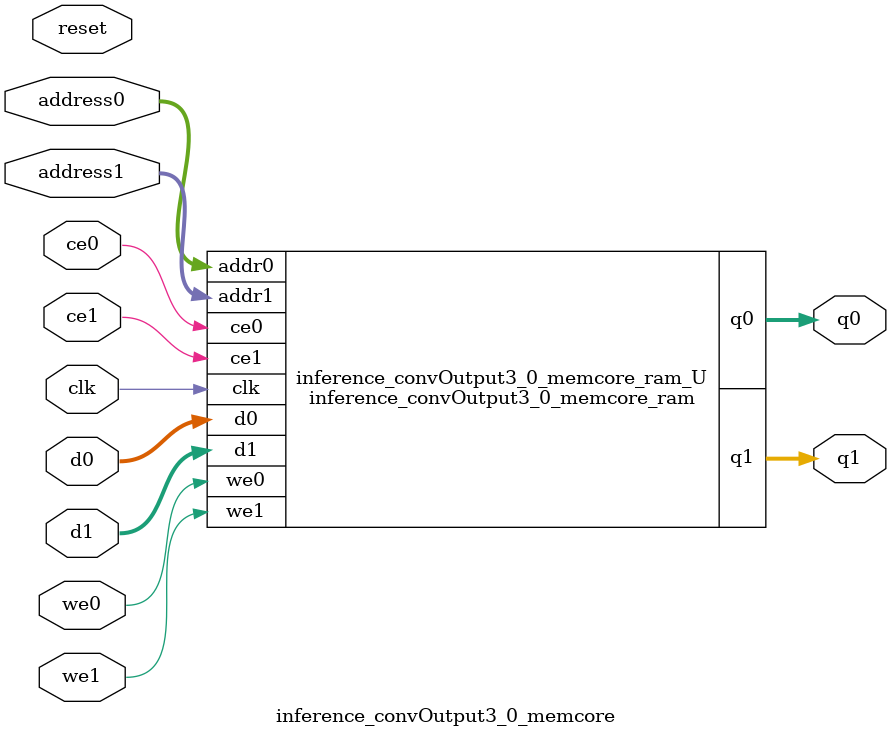
<source format=v>

`timescale 1 ns / 1 ps
module inference_convOutput3_0_memcore_ram (addr0, ce0, d0, we0, q0, addr1, ce1, d1, we1, q1,  clk);

parameter DWIDTH = 32;
parameter AWIDTH = 6;
parameter MEM_SIZE = 60;

input[AWIDTH-1:0] addr0;
input ce0;
input[DWIDTH-1:0] d0;
input we0;
output reg[DWIDTH-1:0] q0;
input[AWIDTH-1:0] addr1;
input ce1;
input[DWIDTH-1:0] d1;
input we1;
output reg[DWIDTH-1:0] q1;
input clk;

(* ram_style = "block" *)reg [DWIDTH-1:0] ram[MEM_SIZE-1:0];




always @(posedge clk)  
begin 
    if (ce0) 
    begin
        if (we0) 
        begin 
            ram[addr0] <= d0; 
            q0 <= d0;
        end 
        else 
            q0 <= ram[addr0];
    end
end


always @(posedge clk)  
begin 
    if (ce1) 
    begin
        if (we1) 
        begin 
            ram[addr1] <= d1; 
            q1 <= d1;
        end 
        else 
            q1 <= ram[addr1];
    end
end


endmodule


`timescale 1 ns / 1 ps
module inference_convOutput3_0_memcore(
    reset,
    clk,
    address0,
    ce0,
    we0,
    d0,
    q0,
    address1,
    ce1,
    we1,
    d1,
    q1);

parameter DataWidth = 32'd32;
parameter AddressRange = 32'd60;
parameter AddressWidth = 32'd6;
input reset;
input clk;
input[AddressWidth - 1:0] address0;
input ce0;
input we0;
input[DataWidth - 1:0] d0;
output[DataWidth - 1:0] q0;
input[AddressWidth - 1:0] address1;
input ce1;
input we1;
input[DataWidth - 1:0] d1;
output[DataWidth - 1:0] q1;



inference_convOutput3_0_memcore_ram inference_convOutput3_0_memcore_ram_U(
    .clk( clk ),
    .addr0( address0 ),
    .ce0( ce0 ),
    .d0( d0 ),
    .we0( we0 ),
    .q0( q0 ),
    .addr1( address1 ),
    .ce1( ce1 ),
    .d1( d1 ),
    .we1( we1 ),
    .q1( q1 ));

endmodule


</source>
